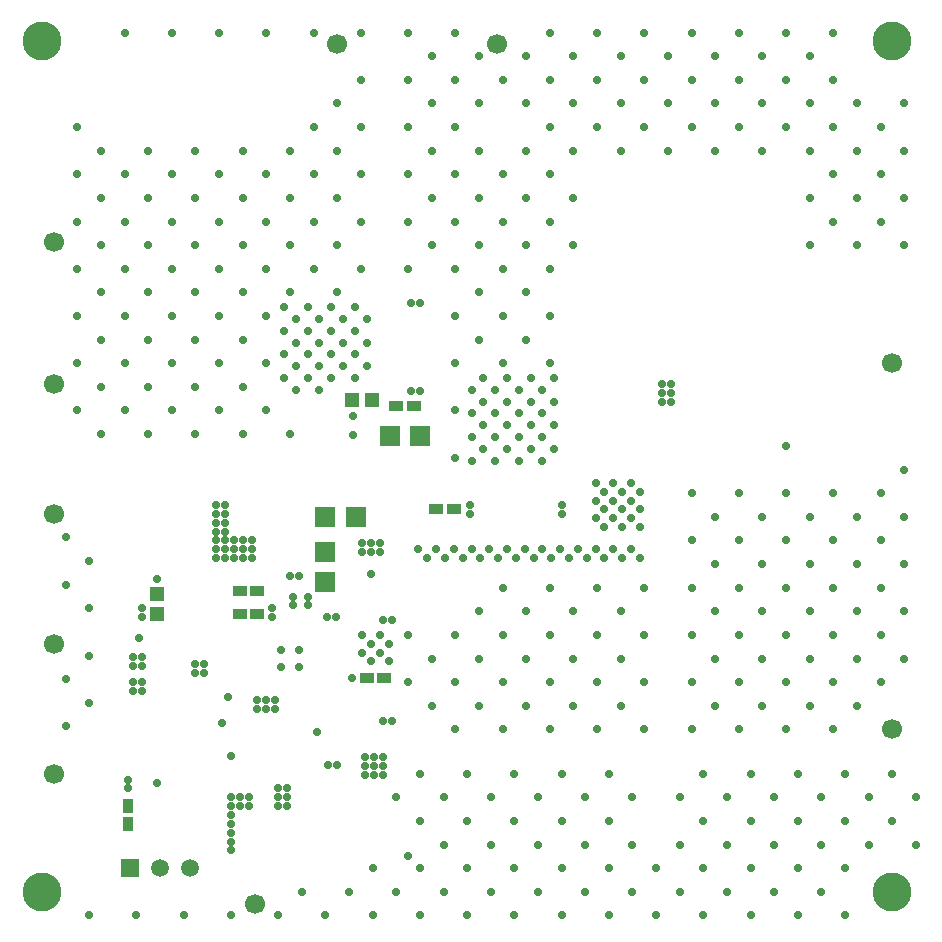
<source format=gbs>
G75*
G70*
%OFA0B0*%
%FSLAX24Y24*%
%IPPOS*%
%LPD*%
%AMOC8*
5,1,8,0,0,1.08239X$1,22.5*
%
%ADD10C,0.1299*%
%ADD11C,0.0669*%
%ADD12R,0.0591X0.0591*%
%ADD13C,0.0591*%
%ADD14R,0.0354X0.0472*%
%ADD15R,0.0512X0.0512*%
%ADD16R,0.0472X0.0354*%
%ADD17R,0.0669X0.0669*%
%ADD18C,0.0276*%
D10*
X001575Y001575D03*
X029921Y001575D03*
X029921Y029921D03*
X001575Y029921D03*
D11*
X001969Y023228D03*
X001969Y018504D03*
X001969Y014173D03*
X001969Y009843D03*
X001969Y005512D03*
X008661Y001181D03*
X029921Y006988D03*
X029921Y019193D03*
X016732Y029823D03*
X011417Y029823D03*
D12*
X004512Y002362D03*
D13*
X005512Y002362D03*
X006512Y002362D03*
D14*
X004429Y003839D03*
X004429Y004429D03*
D15*
X005413Y010837D03*
X005413Y011506D03*
X011919Y017963D03*
X012589Y017963D03*
D16*
X013386Y017766D03*
X013976Y017766D03*
X014715Y014321D03*
X015305Y014321D03*
X012992Y008711D03*
X012402Y008711D03*
X008760Y010827D03*
X008169Y010827D03*
X008169Y011614D03*
X008760Y011614D03*
D17*
X011024Y011890D03*
X011024Y012913D03*
X011004Y014075D03*
X012028Y014075D03*
X013169Y016781D03*
X014193Y016781D03*
D18*
X015354Y016043D03*
X015896Y015945D03*
X016289Y016339D03*
X015896Y016732D03*
X016289Y017126D03*
X015896Y017520D03*
X016289Y017913D03*
X016683Y017520D03*
X017077Y017913D03*
X017470Y017520D03*
X017077Y017126D03*
X017470Y016732D03*
X017077Y016339D03*
X016683Y016732D03*
X016683Y015945D03*
X017470Y015945D03*
X017864Y016339D03*
X018258Y016732D03*
X018652Y016339D03*
X018258Y015945D03*
X018652Y017126D03*
X018258Y017520D03*
X018652Y017913D03*
X018258Y018307D03*
X018652Y018701D03*
X018504Y019193D03*
X017864Y018701D03*
X017470Y018307D03*
X017077Y018701D03*
X016929Y019193D03*
X016289Y018701D03*
X015896Y018307D03*
X016683Y018307D03*
X017864Y017913D03*
X017864Y017126D03*
X020030Y015207D03*
X020325Y014911D03*
X020620Y014616D03*
X020325Y014321D03*
X020620Y014026D03*
X020915Y014321D03*
X021211Y014616D03*
X021506Y014321D03*
X021211Y014026D03*
X021506Y013730D03*
X020915Y013730D03*
X020325Y013730D03*
X020030Y014026D03*
X020030Y014616D03*
X020620Y015207D03*
X020915Y014911D03*
X021211Y015207D03*
X021506Y014911D03*
X023228Y014862D03*
X024016Y014075D03*
X024803Y014862D03*
X025591Y014075D03*
X026378Y014862D03*
X027165Y014075D03*
X027953Y014862D03*
X028740Y014075D03*
X029528Y014862D03*
X030315Y014075D03*
X029528Y013287D03*
X030315Y012500D03*
X029528Y011713D03*
X030315Y010925D03*
X029528Y010138D03*
X030315Y009350D03*
X029528Y008563D03*
X028740Y009350D03*
X027953Y008563D03*
X028740Y007776D03*
X027953Y006988D03*
X027165Y007776D03*
X026378Y008563D03*
X027165Y009350D03*
X026378Y010138D03*
X027165Y010925D03*
X026378Y011713D03*
X027165Y012500D03*
X026378Y013287D03*
X025591Y012500D03*
X024803Y011713D03*
X024016Y012500D03*
X024803Y013287D03*
X023228Y013287D03*
X023228Y011713D03*
X024016Y010925D03*
X024803Y010138D03*
X025591Y010925D03*
X025591Y009350D03*
X024803Y008563D03*
X024016Y009350D03*
X023228Y008563D03*
X024016Y007776D03*
X024803Y006988D03*
X025591Y007776D03*
X026378Y006988D03*
X026772Y005512D03*
X027559Y004724D03*
X028346Y005512D03*
X029134Y004724D03*
X029921Y005512D03*
X030709Y004724D03*
X029921Y003937D03*
X029134Y003150D03*
X028346Y003937D03*
X027559Y003150D03*
X026772Y003937D03*
X025984Y003150D03*
X025197Y003937D03*
X024409Y003150D03*
X023622Y003937D03*
X022835Y003150D03*
X023622Y002362D03*
X022835Y001575D03*
X023622Y000787D03*
X024409Y001575D03*
X025197Y002362D03*
X025984Y001575D03*
X025197Y000787D03*
X026772Y000787D03*
X027559Y001575D03*
X026772Y002362D03*
X028346Y002362D03*
X028346Y000787D03*
X030709Y003150D03*
X025984Y004724D03*
X025197Y005512D03*
X024409Y004724D03*
X023622Y005512D03*
X022835Y004724D03*
X021260Y004724D03*
X020472Y005512D03*
X019685Y004724D03*
X018898Y005512D03*
X018110Y004724D03*
X017323Y005512D03*
X016535Y004724D03*
X015748Y005512D03*
X014961Y004724D03*
X014173Y005512D03*
X013386Y004724D03*
X012943Y005463D03*
X012943Y005758D03*
X012943Y006053D03*
X012648Y006053D03*
X012648Y005758D03*
X012648Y005463D03*
X012352Y005463D03*
X012352Y005758D03*
X012352Y006053D03*
X011417Y005807D03*
X011122Y005807D03*
X010728Y006890D03*
X009350Y007677D03*
X009055Y007677D03*
X008760Y007677D03*
X008760Y007972D03*
X009055Y007972D03*
X009350Y007972D03*
X009547Y009055D03*
X010138Y009055D03*
X010138Y009646D03*
X009547Y009646D03*
X009252Y010728D03*
X009252Y011024D03*
X009941Y011122D03*
X009941Y011417D03*
X010433Y011417D03*
X010433Y011122D03*
X011073Y010728D03*
X011368Y010728D03*
X012254Y010138D03*
X012549Y009843D03*
X012844Y010138D03*
X013140Y009843D03*
X012844Y009547D03*
X012549Y009252D03*
X012254Y009547D03*
X011909Y008711D03*
X013140Y009252D03*
X013780Y008563D03*
X014567Y009350D03*
X015354Y008563D03*
X014567Y007776D03*
X015354Y006988D03*
X016142Y007776D03*
X016929Y008563D03*
X016142Y009350D03*
X016929Y010138D03*
X016142Y010925D03*
X016929Y011713D03*
X017717Y010925D03*
X018504Y010138D03*
X019291Y010925D03*
X018504Y011713D03*
X018553Y012697D03*
X018258Y012992D03*
X017963Y012697D03*
X017667Y012992D03*
X017372Y012697D03*
X017077Y012992D03*
X016781Y012697D03*
X016486Y012992D03*
X016191Y012697D03*
X015896Y012992D03*
X015600Y012697D03*
X015305Y012992D03*
X015010Y012697D03*
X014715Y012992D03*
X014419Y012697D03*
X014124Y012992D03*
X012844Y012894D03*
X012549Y012894D03*
X012549Y013189D03*
X012254Y013189D03*
X012254Y012894D03*
X012844Y013189D03*
X012549Y012156D03*
X012943Y010630D03*
X013238Y010630D03*
X013780Y010138D03*
X015354Y010138D03*
X017717Y009350D03*
X018504Y008563D03*
X019291Y009350D03*
X020079Y008563D03*
X020866Y009350D03*
X021654Y008563D03*
X020866Y007776D03*
X020079Y006988D03*
X019291Y007776D03*
X018504Y006988D03*
X017717Y007776D03*
X016929Y006988D03*
X020079Y010138D03*
X020866Y010925D03*
X021654Y010138D03*
X023228Y010138D03*
X021654Y011713D03*
X021506Y012697D03*
X021211Y012992D03*
X020915Y012697D03*
X020620Y012992D03*
X020325Y012697D03*
X020030Y012992D03*
X019734Y012697D03*
X019439Y012992D03*
X019144Y012697D03*
X018848Y012992D03*
X018898Y014173D03*
X018898Y014469D03*
X015846Y014469D03*
X015846Y014173D03*
X015354Y017618D03*
X014173Y018258D03*
X013878Y018258D03*
X015354Y019193D03*
X016142Y019980D03*
X016929Y020768D03*
X016142Y021555D03*
X016929Y022343D03*
X016142Y023130D03*
X016929Y023917D03*
X017717Y023130D03*
X018504Y023917D03*
X019291Y023130D03*
X018504Y022343D03*
X017717Y021555D03*
X018504Y020768D03*
X017717Y019980D03*
X015354Y020768D03*
X014173Y021211D03*
X013878Y021211D03*
X013780Y022343D03*
X014567Y023130D03*
X015354Y023917D03*
X014567Y024705D03*
X015354Y025492D03*
X014567Y026280D03*
X015354Y027067D03*
X016142Y026280D03*
X016929Y025492D03*
X016142Y024705D03*
X017717Y024705D03*
X018504Y025492D03*
X019291Y024705D03*
X019291Y026280D03*
X018504Y027067D03*
X017717Y026280D03*
X017717Y027854D03*
X018504Y028642D03*
X019291Y029429D03*
X018504Y030217D03*
X017717Y029429D03*
X016929Y028642D03*
X016142Y029429D03*
X015354Y028642D03*
X014567Y029429D03*
X013780Y028642D03*
X014567Y027854D03*
X013780Y027067D03*
X013780Y025492D03*
X013780Y023917D03*
X012205Y023917D03*
X011417Y023130D03*
X010630Y023917D03*
X009843Y023130D03*
X010630Y022343D03*
X011417Y021555D03*
X011220Y021063D03*
X010827Y020669D03*
X011220Y020276D03*
X010827Y019882D03*
X011220Y019488D03*
X010827Y019094D03*
X011220Y018701D03*
X010827Y018307D03*
X010433Y018701D03*
X010039Y019094D03*
X009646Y018701D03*
X010039Y018307D03*
X009055Y017618D03*
X008268Y016831D03*
X007480Y017618D03*
X006693Y016831D03*
X005906Y017618D03*
X006693Y018406D03*
X007480Y019193D03*
X006693Y019980D03*
X005906Y019193D03*
X005118Y019980D03*
X004331Y019193D03*
X005118Y018406D03*
X004331Y017618D03*
X005118Y016831D03*
X003543Y016831D03*
X002756Y017618D03*
X003543Y018406D03*
X002756Y019193D03*
X003543Y019980D03*
X002756Y020768D03*
X003543Y021555D03*
X002756Y022343D03*
X003543Y023130D03*
X002756Y023917D03*
X003543Y024705D03*
X002756Y025492D03*
X003543Y026280D03*
X002756Y027067D03*
X004331Y025492D03*
X005118Y024705D03*
X005906Y025492D03*
X006693Y024705D03*
X007480Y025492D03*
X006693Y026280D03*
X008268Y026280D03*
X009055Y025492D03*
X008268Y024705D03*
X009055Y023917D03*
X008268Y023130D03*
X009055Y022343D03*
X008268Y021555D03*
X009055Y020768D03*
X009646Y021063D03*
X010039Y020669D03*
X009646Y020276D03*
X010039Y019882D03*
X009646Y019488D03*
X009055Y019193D03*
X008268Y019980D03*
X007480Y020768D03*
X006693Y021555D03*
X005906Y020768D03*
X005118Y021555D03*
X004331Y020768D03*
X004331Y022343D03*
X005118Y023130D03*
X004331Y023917D03*
X005906Y023917D03*
X006693Y023130D03*
X007480Y023917D03*
X007480Y022343D03*
X005906Y022343D03*
X009843Y021555D03*
X010433Y021063D03*
X010433Y020276D03*
X010433Y019488D03*
X011614Y019094D03*
X012008Y018701D03*
X012402Y019094D03*
X012008Y019488D03*
X012402Y019882D03*
X012008Y020276D03*
X012402Y020669D03*
X012008Y021063D03*
X011614Y020669D03*
X011614Y019882D03*
X011929Y017421D03*
X011929Y016791D03*
X009843Y016831D03*
X008268Y018406D03*
X007677Y014469D03*
X007382Y014469D03*
X007382Y014173D03*
X007382Y013878D03*
X007677Y013878D03*
X007677Y014173D03*
X007677Y013583D03*
X007382Y013583D03*
X007382Y013287D03*
X007382Y012992D03*
X007382Y012697D03*
X007677Y012697D03*
X007677Y012992D03*
X007677Y013287D03*
X007972Y013287D03*
X007972Y012992D03*
X007972Y012697D03*
X008268Y012697D03*
X008563Y012697D03*
X008563Y012992D03*
X008268Y012992D03*
X008268Y013287D03*
X008563Y013287D03*
X009843Y012106D03*
X010138Y012106D03*
X006988Y009154D03*
X006693Y009154D03*
X006693Y008858D03*
X006988Y008858D03*
X007776Y008071D03*
X007579Y007185D03*
X007874Y006102D03*
X007874Y004724D03*
X007874Y004429D03*
X007874Y004134D03*
X007874Y003839D03*
X007874Y003543D03*
X007874Y003248D03*
X007874Y002953D03*
X008169Y004429D03*
X008169Y004724D03*
X008465Y004724D03*
X008465Y004429D03*
X009449Y004429D03*
X009744Y004429D03*
X009744Y004724D03*
X009449Y004724D03*
X009449Y005020D03*
X009744Y005020D03*
X012598Y002362D03*
X011811Y001575D03*
X011024Y000787D03*
X010236Y001575D03*
X009449Y000787D03*
X007874Y000787D03*
X006299Y000787D03*
X004724Y000787D03*
X003150Y000787D03*
X004429Y005020D03*
X004429Y005315D03*
X005413Y005217D03*
X003150Y007874D03*
X002362Y007087D03*
X002362Y008661D03*
X003150Y009449D03*
X004626Y009400D03*
X004921Y009400D03*
X004921Y009104D03*
X004626Y009104D03*
X004626Y008563D03*
X004921Y008563D03*
X004921Y008268D03*
X004626Y008268D03*
X004823Y010039D03*
X004921Y010728D03*
X004921Y011024D03*
X005413Y012008D03*
X003150Y012598D03*
X002362Y011811D03*
X003150Y011024D03*
X002362Y013386D03*
X012205Y022343D03*
X011417Y024705D03*
X010630Y025492D03*
X009843Y024705D03*
X009843Y026280D03*
X010630Y027067D03*
X011417Y026280D03*
X012205Y027067D03*
X011417Y027854D03*
X012205Y028642D03*
X012205Y030217D03*
X013780Y030217D03*
X015354Y030217D03*
X016142Y027854D03*
X019291Y027854D03*
X020079Y028642D03*
X020866Y029429D03*
X020079Y030217D03*
X021654Y030217D03*
X022441Y029429D03*
X023228Y028642D03*
X022441Y027854D03*
X021654Y028642D03*
X020866Y027854D03*
X020079Y027067D03*
X020866Y026280D03*
X021654Y027067D03*
X022441Y026280D03*
X023228Y027067D03*
X024016Y026280D03*
X024803Y027067D03*
X025591Y026280D03*
X026378Y027067D03*
X027165Y026280D03*
X027953Y027067D03*
X028740Y026280D03*
X029528Y027067D03*
X030315Y026280D03*
X029528Y025492D03*
X030315Y024705D03*
X029528Y023917D03*
X030315Y023130D03*
X028740Y023130D03*
X027953Y023917D03*
X027165Y023130D03*
X027165Y024705D03*
X027953Y025492D03*
X028740Y024705D03*
X028740Y027854D03*
X027953Y028642D03*
X027165Y029429D03*
X026378Y028642D03*
X025591Y029429D03*
X026378Y030217D03*
X027953Y030217D03*
X027165Y027854D03*
X025591Y027854D03*
X024803Y028642D03*
X024016Y029429D03*
X024803Y030217D03*
X023228Y030217D03*
X024016Y027854D03*
X030315Y027854D03*
X022539Y018504D03*
X022244Y018504D03*
X022244Y018209D03*
X022539Y018209D03*
X022539Y017913D03*
X022244Y017913D03*
X026378Y016437D03*
X027953Y013287D03*
X028740Y012500D03*
X027953Y011713D03*
X028740Y010925D03*
X027953Y010138D03*
X023228Y006988D03*
X021654Y006988D03*
X020472Y003937D03*
X019685Y003150D03*
X018898Y003937D03*
X018110Y003150D03*
X017323Y003937D03*
X016535Y003150D03*
X015748Y003937D03*
X014961Y003150D03*
X014173Y003937D03*
X013780Y002756D03*
X014173Y002362D03*
X013386Y001575D03*
X014173Y000787D03*
X014961Y001575D03*
X015748Y002362D03*
X016535Y001575D03*
X015748Y000787D03*
X017323Y000787D03*
X018110Y001575D03*
X017323Y002362D03*
X018898Y002362D03*
X019685Y001575D03*
X020472Y002362D03*
X021260Y001575D03*
X022047Y002362D03*
X021260Y003150D03*
X022047Y000787D03*
X020472Y000787D03*
X018898Y000787D03*
X012598Y000787D03*
X012943Y007283D03*
X013238Y007283D03*
X020079Y011713D03*
X030315Y015650D03*
X015354Y022343D03*
X012205Y025492D03*
X010630Y030217D03*
X009055Y030217D03*
X007480Y030217D03*
X005906Y030217D03*
X004331Y030217D03*
X005118Y026280D03*
M02*

</source>
